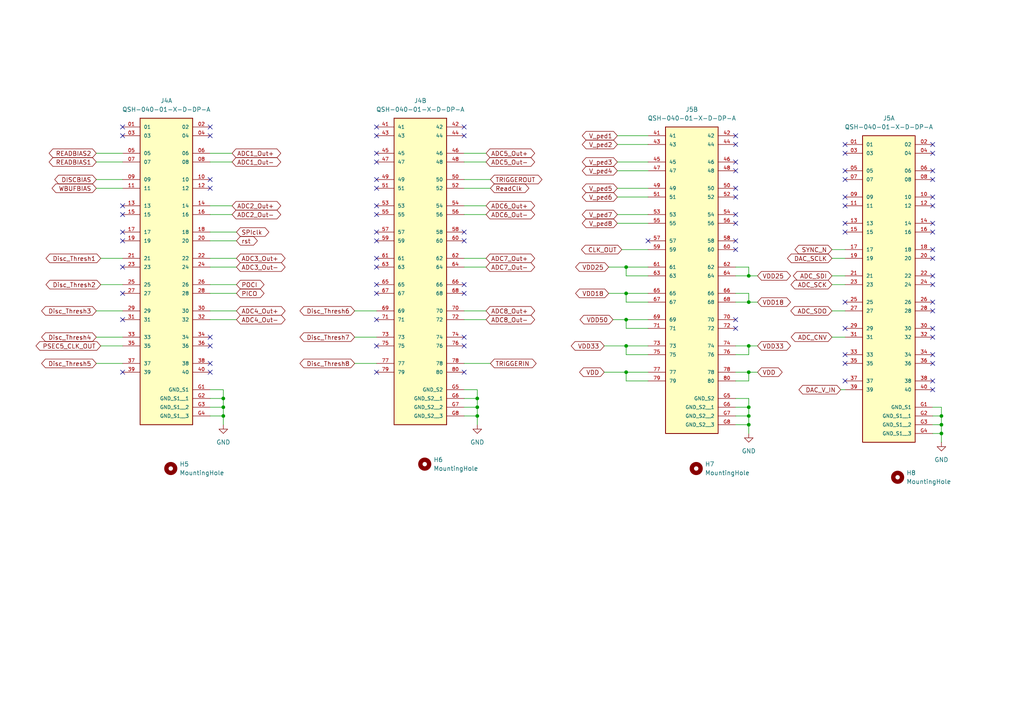
<source format=kicad_sch>
(kicad_sch (version 20250114) (generator "eeschema") (generator_version "9.0")
  (paper "A4")
  (lib_symbols
    (symbol "Mechanical:MountingHole" (pin_names (offset 1.016)) (exclude_from_sim yes) (in_bom no)
      (property "Reference" "H" (at 0 5.08 0))
      (property "Value" "MountingHole" (at 0 3.175 0))
      (symbol "MountingHole_0_1"
        (circle (center 0 0) (radius 1.27) (stroke (width 1.27)))
      )
    )
    (symbol "QSH-040-01-X-D-DP-A:QSH-040-01-X-D-DP-A" (pin_names (offset 1.016))
      (property "Reference" "J" (at -7.62 41.275 0))
      (property "Value" "QSH-040-01-X-D-DP-A" (at -7.62 -50.8 0))
      (symbol "QSH-040-01-X-D-DP-A_1_0"
        (rectangle (start -7.62 -48.26) (end 7.62 40.64) (stroke (width 0.254)) (fill (type background)))
        (pin passive line (at -12.7 38.1 0) (length 5.08) (name "01") (number "01"))
        (pin passive line (at -12.7 35.56 0) (length 5.08) (name "03") (number "03"))
        (pin passive line (at -12.7 30.48 0) (length 5.08) (name "05") (number "05"))
        (pin passive line (at -12.7 27.94 0) (length 5.08) (name "07") (number "07"))
        (pin passive line (at -12.7 22.86 0) (length 5.08) (name "09") (number "09"))
        (pin passive line (at -12.7 20.32 0) (length 5.08) (name "11") (number "11"))
        (pin passive line (at -12.7 15.24 0) (length 5.08) (name "13") (number "13"))
        (pin passive line (at -12.7 12.7 0) (length 5.08) (name "15") (number "15"))
        (pin passive line (at -12.7 7.62 0) (length 5.08) (name "17") (number "17"))
        (pin passive line (at -12.7 5.08 0) (length 5.08) (name "19") (number "19"))
        (pin passive line (at -12.7 0 0) (length 5.08) (name "21") (number "21"))
        (pin passive line (at -12.7 -2.54 0) (length 5.08) (name "23") (number "23"))
        (pin passive line (at -12.7 -7.62 0) (length 5.08) (name "25") (number "25"))
        (pin passive line (at -12.7 -10.16 0) (length 5.08) (name "27") (number "27"))
        (pin passive line (at -12.7 -15.24 0) (length 5.08) (name "29") (number "29"))
        (pin passive line (at -12.7 -17.78 0) (length 5.08) (name "31") (number "31"))
        (pin passive line (at -12.7 -22.86 0) (length 5.08) (name "33") (number "33"))
        (pin passive line (at -12.7 -25.4 0) (length 5.08) (name "35") (number "35"))
        (pin passive line (at -12.7 -30.48 0) (length 5.08) (name "37") (number "37"))
        (pin passive line (at -12.7 -33.02 0) (length 5.08) (name "39") (number "39"))
        (pin passive line (at 12.7 38.1 180) (length 5.08) (name "02") (number "02"))
        (pin passive line (at 12.7 35.56 180) (length 5.08) (name "04") (number "04"))
        (pin passive line (at 12.7 30.48 180) (length 5.08) (name "06") (number "06"))
        (pin passive line (at 12.7 27.94 180) (length 5.08) (name "08") (number "08"))
        (pin passive line (at 12.7 22.86 180) (length 5.08) (name "10") (number "10"))
        (pin passive line (at 12.7 20.32 180) (length 5.08) (name "12") (number "12"))
        (pin passive line (at 12.7 15.24 180) (length 5.08) (name "14") (number "14"))
        (pin passive line (at 12.7 12.7 180) (length 5.08) (name "16") (number "16"))
        (pin passive line (at 12.7 7.62 180) (length 5.08) (name "18") (number "18"))
        (pin passive line (at 12.7 5.08 180) (length 5.08) (name "20") (number "20"))
        (pin passive line (at 12.7 0 180) (length 5.08) (name "22") (number "22"))
        (pin passive line (at 12.7 -2.54 180) (length 5.08) (name "24") (number "24"))
        (pin passive line (at 12.7 -7.62 180) (length 5.08) (name "26") (number "26"))
        (pin passive line (at 12.7 -10.16 180) (length 5.08) (name "28") (number "28"))
        (pin passive line (at 12.7 -15.24 180) (length 5.08) (name "30") (number "30"))
        (pin passive line (at 12.7 -17.78 180) (length 5.08) (name "32") (number "32"))
        (pin passive line (at 12.7 -22.86 180) (length 5.08) (name "34") (number "34"))
        (pin passive line (at 12.7 -25.4 180) (length 5.08) (name "36") (number "36"))
        (pin passive line (at 12.7 -30.48 180) (length 5.08) (name "38") (number "38"))
        (pin passive line (at 12.7 -33.02 180) (length 5.08) (name "40") (number "40"))
        (pin power_in line (at 12.7 -38.1 180) (length 5.08) (name "GND_S1") (number "G1"))
        (pin power_in line (at 12.7 -40.64 180) (length 5.08) (name "GND_S1__1") (number "G2"))
        (pin power_in line (at 12.7 -43.18 180) (length 5.08) (name "GND_S1__2") (number "G3"))
        (pin power_in line (at 12.7 -45.72 180) (length 5.08) (name "GND_S1__3") (number "G4"))
      )
      (symbol "QSH-040-01-X-D-DP-A_2_0"
        (rectangle (start -7.62 -48.26) (end 7.62 40.64) (stroke (width 0.254)) (fill (type background)))
        (pin passive line (at -12.7 38.1 0) (length 5.08) (name "41") (number "41"))
        (pin passive line (at -12.7 35.56 0) (length 5.08) (name "43") (number "43"))
        (pin passive line (at -12.7 30.48 0) (length 5.08) (name "45") (number "45"))
        (pin passive line (at -12.7 27.94 0) (length 5.08) (name "47") (number "47"))
        (pin passive line (at -12.7 22.86 0) (length 5.08) (name "49") (number "49"))
        (pin passive line (at -12.7 20.32 0) (length 5.08) (name "51") (number "51"))
        (pin passive line (at -12.7 15.24 0) (length 5.08) (name "53") (number "53"))
        (pin passive line (at -12.7 12.7 0) (length 5.08) (name "55") (number "55"))
        (pin passive line (at -12.7 7.62 0) (length 5.08) (name "57") (number "57"))
        (pin passive line (at -12.7 5.08 0) (length 5.08) (name "59") (number "59"))
        (pin passive line (at -12.7 0 0) (length 5.08) (name "61") (number "61"))
        (pin passive line (at -12.7 -2.54 0) (length 5.08) (name "63") (number "63"))
        (pin passive line (at -12.7 -7.62 0) (length 5.08) (name "65") (number "65"))
        (pin passive line (at -12.7 -10.16 0) (length 5.08) (name "67") (number "67"))
        (pin passive line (at -12.7 -15.24 0) (length 5.08) (name "69") (number "69"))
        (pin passive line (at -12.7 -17.78 0) (length 5.08) (name "71") (number "71"))
        (pin passive line (at -12.7 -22.86 0) (length 5.08) (name "73") (number "73"))
        (pin passive line (at -12.7 -25.4 0) (length 5.08) (name "75") (number "75"))
        (pin passive line (at -12.7 -30.48 0) (length 5.08) (name "77") (number "77"))
        (pin passive line (at -12.7 -33.02 0) (length 5.08) (name "79") (number "79"))
        (pin passive line (at 12.7 38.1 180) (length 5.08) (name "42") (number "42"))
        (pin passive line (at 12.7 35.56 180) (length 5.08) (name "44") (number "44"))
        (pin passive line (at 12.7 30.48 180) (length 5.08) (name "46") (number "46"))
        (pin passive line (at 12.7 27.94 180) (length 5.08) (name "48") (number "48"))
        (pin passive line (at 12.7 22.86 180) (length 5.08) (name "50") (number "50"))
        (pin passive line (at 12.7 20.32 180) (length 5.08) (name "52") (number "52"))
        (pin passive line (at 12.7 15.24 180) (length 5.08) (name "54") (number "54"))
        (pin passive line (at 12.7 12.7 180) (length 5.08) (name "56") (number "56"))
        (pin passive line (at 12.7 7.62 180) (length 5.08) (name "58") (number "58"))
        (pin passive line (at 12.7 5.08 180) (length 5.08) (name "60") (number "60"))
        (pin passive line (at 12.7 0 180) (length 5.08) (name "62") (number "62"))
        (pin passive line (at 12.7 -2.54 180) (length 5.08) (name "64") (number "64"))
        (pin passive line (at 12.7 -7.62 180) (length 5.08) (name "66") (number "66"))
        (pin passive line (at 12.7 -10.16 180) (length 5.08) (name "68") (number "68"))
        (pin passive line (at 12.7 -15.24 180) (length 5.08) (name "70") (number "70"))
        (pin passive line (at 12.7 -17.78 180) (length 5.08) (name "72") (number "72"))
        (pin passive line (at 12.7 -22.86 180) (length 5.08) (name "74") (number "74"))
        (pin passive line (at 12.7 -25.4 180) (length 5.08) (name "76") (number "76"))
        (pin passive line (at 12.7 -30.48 180) (length 5.08) (name "78") (number "78"))
        (pin passive line (at 12.7 -33.02 180) (length 5.08) (name "80") (number "80"))
        (pin power_in line (at 12.7 -38.1 180) (length 5.08) (name "GND_S2") (number "G5"))
        (pin power_in line (at 12.7 -40.64 180) (length 5.08) (name "GND_S2__1") (number "G6"))
        (pin power_in line (at 12.7 -43.18 180) (length 5.08) (name "GND_S2__2") (number "G7"))
        (pin power_in line (at 12.7 -45.72 180) (length 5.08) (name "GND_S2__3") (number "G8"))
      )
    )
    (symbol "power:GND" (power) (pin_numbers (hide yes)) (pin_names (offset 0) (hide yes))
      (property "Value" "GND" (at 0 -3.81 0))
      (symbol "GND_0_1"
        (polyline (pts (xy 0 0) (xy 0 -1.27) (xy 1.27 -1.27) (xy 0 -2.54) (xy -1.27 -1.27) (xy 0 -1.27)))
      )
      (symbol "GND_1_1"
        (pin power_in line (at 0 0 270) (length 0) (name "~") (number "1"))
      )
    )
  )
  (junction (at 138.43 120.65))
  (junction (at 181.61 92.71))
  (junction (at 181.61 100.33))
  (junction (at 181.61 107.95))
  (junction (at 273.05 125.73))
  (junction (at 64.77 115.57))
  (junction (at 181.61 77.47))
  (junction (at 217.17 118.11))
  (junction (at 217.17 80.01))
  (junction (at 138.43 118.11))
  (junction (at 138.43 115.57))
  (junction (at 217.17 123.19))
  (junction (at 273.05 123.19))
  (junction (at 217.17 100.33))
  (junction (at 217.17 120.65))
  (junction (at 64.77 120.65))
  (junction (at 217.17 87.63))
  (junction (at 181.61 85.09))
  (junction (at 273.05 120.65))
  (junction (at 64.77 118.11))
  (junction (at 217.17 107.95))
  (no_connect (at 270.51 44.45))
  (no_connect (at 213.36 41.91))
  (no_connect (at 245.11 52.07))
  (no_connect (at 134.62 97.79))
  (no_connect (at 213.36 64.77))
  (no_connect (at 35.56 107.95))
  (no_connect (at 60.96 36.83))
  (no_connect (at 109.22 59.69))
  (no_connect (at 109.22 69.85))
  (no_connect (at 270.51 110.49))
  (no_connect (at 270.51 74.93))
  (no_connect (at 35.56 92.71))
  (no_connect (at 245.11 41.91))
  (no_connect (at 35.56 85.09))
  (no_connect (at 245.11 64.77))
  (no_connect (at 245.11 87.63))
  (no_connect (at 60.96 105.41))
  (no_connect (at 60.96 100.33))
  (no_connect (at 109.22 67.31))
  (no_connect (at 270.51 67.31))
  (no_connect (at 270.51 52.07))
  (no_connect (at 109.22 82.55))
  (no_connect (at 270.51 80.01))
  (no_connect (at 213.36 54.61))
  (no_connect (at 60.96 97.79))
  (no_connect (at 109.22 74.93))
  (no_connect (at 245.11 105.41))
  (no_connect (at 60.96 39.37))
  (no_connect (at 60.96 54.61))
  (no_connect (at 270.51 82.55))
  (no_connect (at 270.51 90.17))
  (no_connect (at 109.22 52.07))
  (no_connect (at 245.11 49.53))
  (no_connect (at 245.11 59.69))
  (no_connect (at 109.22 39.37))
  (no_connect (at 109.22 44.45))
  (no_connect (at 109.22 54.61))
  (no_connect (at 35.56 36.83))
  (no_connect (at 60.96 107.95))
  (no_connect (at 109.22 92.71))
  (no_connect (at 35.56 67.31))
  (no_connect (at 109.22 100.33))
  (no_connect (at 35.56 62.23))
  (no_connect (at 270.51 59.69))
  (no_connect (at 270.51 113.03))
  (no_connect (at 270.51 97.79))
  (no_connect (at 134.62 39.37))
  (no_connect (at 134.62 107.95))
  (no_connect (at 270.51 57.15))
  (no_connect (at 35.56 69.85))
  (no_connect (at 245.11 67.31))
  (no_connect (at 109.22 62.23))
  (no_connect (at 270.51 72.39))
  (no_connect (at 213.36 46.99))
  (no_connect (at 270.51 105.41))
  (no_connect (at 109.22 85.09))
  (no_connect (at 109.22 77.47))
  (no_connect (at 109.22 36.83))
  (no_connect (at 109.22 46.99))
  (no_connect (at 213.36 92.71))
  (no_connect (at 35.56 77.47))
  (no_connect (at 213.36 95.25))
  (no_connect (at 270.51 87.63))
  (no_connect (at 134.62 100.33))
  (no_connect (at 270.51 49.53))
  (no_connect (at 213.36 49.53))
  (no_connect (at 134.62 36.83))
  (no_connect (at 270.51 41.91))
  (no_connect (at 270.51 102.87))
  (no_connect (at 213.36 62.23))
  (no_connect (at 213.36 39.37))
  (no_connect (at 134.62 69.85))
  (no_connect (at 35.56 59.69))
  (no_connect (at 213.36 57.15))
  (no_connect (at 245.11 44.45))
  (no_connect (at 245.11 102.87))
  (no_connect (at 187.96 69.85))
  (no_connect (at 134.62 85.09))
  (no_connect (at 109.22 107.95))
  (no_connect (at 245.11 95.25))
  (no_connect (at 35.56 39.37))
  (no_connect (at 134.62 67.31))
  (no_connect (at 134.62 82.55))
  (no_connect (at 60.96 52.07))
  (no_connect (at 213.36 72.39))
  (no_connect (at 270.51 95.25))
  (no_connect (at 245.11 57.15))
  (no_connect (at 213.36 69.85))
  (no_connect (at 245.11 110.49))
  (no_connect (at 270.51 64.77))
  (wire (pts (xy 213.36 115.57) (xy 217.17 115.57)))
  (wire (pts (xy 181.61 102.87) (xy 181.61 100.33)))
  (wire (pts (xy 213.36 123.19) (xy 217.17 123.19)))
  (wire (pts (xy 138.43 118.11) (xy 138.43 120.65)))
  (wire (pts (xy 241.3 74.93) (xy 245.11 74.93)))
  (wire (pts (xy 213.36 107.95) (xy 217.17 107.95)))
  (wire (pts (xy 179.07 57.15) (xy 187.96 57.15)))
  (wire (pts (xy 217.17 110.49) (xy 217.17 107.95)))
  (wire (pts (xy 134.62 118.11) (xy 138.43 118.11)))
  (wire (pts (xy 273.05 118.11) (xy 273.05 120.65)))
  (wire (pts (xy 181.61 95.25) (xy 181.61 92.71)))
  (wire (pts (xy 213.36 87.63) (xy 217.17 87.63)))
  (wire (pts (xy 35.56 105.41) (xy 27.94 105.41)))
  (wire (pts (xy 134.62 105.41) (xy 142.24 105.41)))
  (wire (pts (xy 179.07 41.91) (xy 187.96 41.91)))
  (wire (pts (xy 134.62 52.07) (xy 142.24 52.07)))
  (wire (pts (xy 35.56 97.79) (xy 27.94 97.79)))
  (wire (pts (xy 181.61 92.71) (xy 177.8 92.71)))
  (wire (pts (xy 217.17 120.65) (xy 217.17 123.19)))
  (wire (pts (xy 241.3 90.17) (xy 245.11 90.17)))
  (wire (pts (xy 213.36 80.01) (xy 217.17 80.01)))
  (wire (pts (xy 179.07 39.37) (xy 187.96 39.37)))
  (wire (pts (xy 60.96 120.65) (xy 64.77 120.65)))
  (wire (pts (xy 181.61 100.33) (xy 187.96 100.33)))
  (wire (pts (xy 35.56 90.17) (xy 27.94 90.17)))
  (wire (pts (xy 181.61 110.49) (xy 181.61 107.95)))
  (wire (pts (xy 181.61 102.87) (xy 187.96 102.87)))
  (wire (pts (xy 217.17 87.63) (xy 217.17 85.09)))
  (wire (pts (xy 134.62 115.57) (xy 138.43 115.57)))
  (wire (pts (xy 134.62 120.65) (xy 138.43 120.65)))
  (wire (pts (xy 270.51 123.19) (xy 273.05 123.19)))
  (wire (pts (xy 64.77 115.57) (xy 64.77 118.11)))
  (wire (pts (xy 217.17 115.57) (xy 217.17 118.11)))
  (wire (pts (xy 217.17 100.33) (xy 219.71 100.33)))
  (wire (pts (xy 35.56 54.61) (xy 27.94 54.61)))
  (wire (pts (xy 241.3 97.79) (xy 245.11 97.79)))
  (wire (pts (xy 102.87 90.17) (xy 109.22 90.17)))
  (wire (pts (xy 134.62 92.71) (xy 140.97 92.71)))
  (wire (pts (xy 35.56 44.45) (xy 27.94 44.45)))
  (wire (pts (xy 217.17 107.95) (xy 219.71 107.95)))
  (wire (pts (xy 35.56 46.99) (xy 27.94 46.99)))
  (wire (pts (xy 175.26 107.95) (xy 181.61 107.95)))
  (wire (pts (xy 138.43 113.03) (xy 138.43 115.57)))
  (wire (pts (xy 243.84 113.03) (xy 245.11 113.03)))
  (wire (pts (xy 181.61 87.63) (xy 181.61 85.09)))
  (wire (pts (xy 35.56 74.93) (xy 29.21 74.93)))
  (wire (pts (xy 213.36 85.09) (xy 217.17 85.09)))
  (wire (pts (xy 134.62 54.61) (xy 142.24 54.61)))
  (wire (pts (xy 64.77 113.03) (xy 64.77 115.57)))
  (wire (pts (xy 64.77 118.11) (xy 64.77 120.65)))
  (wire (pts (xy 67.31 44.45) (xy 60.96 44.45)))
  (wire (pts (xy 181.61 110.49) (xy 187.96 110.49)))
  (wire (pts (xy 217.17 87.63) (xy 219.71 87.63)))
  (wire (pts (xy 273.05 125.73) (xy 273.05 128.27)))
  (wire (pts (xy 68.58 69.85) (xy 60.96 69.85)))
  (wire (pts (xy 181.61 95.25) (xy 187.96 95.25)))
  (wire (pts (xy 217.17 123.19) (xy 217.17 125.73)))
  (wire (pts (xy 181.61 92.71) (xy 187.96 92.71)))
  (wire (pts (xy 35.56 82.55) (xy 29.21 82.55)))
  (wire (pts (xy 68.58 67.31) (xy 60.96 67.31)))
  (wire (pts (xy 68.58 82.55) (xy 60.96 82.55)))
  (wire (pts (xy 64.77 120.65) (xy 64.77 123.19)))
  (wire (pts (xy 270.51 125.73) (xy 273.05 125.73)))
  (wire (pts (xy 181.61 87.63) (xy 187.96 87.63)))
  (wire (pts (xy 217.17 102.87) (xy 217.17 100.33)))
  (wire (pts (xy 181.61 85.09) (xy 187.96 85.09)))
  (wire (pts (xy 217.17 118.11) (xy 217.17 120.65)))
  (wire (pts (xy 179.07 54.61) (xy 187.96 54.61)))
  (wire (pts (xy 270.51 118.11) (xy 273.05 118.11)))
  (wire (pts (xy 102.87 105.41) (xy 109.22 105.41)))
  (wire (pts (xy 181.61 77.47) (xy 187.96 77.47)))
  (wire (pts (xy 179.07 62.23) (xy 187.96 62.23)))
  (wire (pts (xy 179.07 49.53) (xy 187.96 49.53)))
  (wire (pts (xy 179.07 64.77) (xy 187.96 64.77)))
  (wire (pts (xy 134.62 62.23) (xy 140.97 62.23)))
  (wire (pts (xy 181.61 85.09) (xy 176.53 85.09)))
  (wire (pts (xy 213.36 102.87) (xy 217.17 102.87)))
  (wire (pts (xy 180.34 72.39) (xy 187.96 72.39)))
  (wire (pts (xy 241.3 80.01) (xy 245.11 80.01)))
  (wire (pts (xy 213.36 77.47) (xy 217.17 77.47)))
  (wire (pts (xy 273.05 123.19) (xy 273.05 125.73)))
  (wire (pts (xy 181.61 77.47) (xy 176.53 77.47)))
  (wire (pts (xy 134.62 74.93) (xy 140.97 74.93)))
  (wire (pts (xy 181.61 107.95) (xy 187.96 107.95)))
  (wire (pts (xy 134.62 59.69) (xy 140.97 59.69)))
  (wire (pts (xy 175.26 100.33) (xy 181.61 100.33)))
  (wire (pts (xy 217.17 80.01) (xy 219.71 80.01)))
  (wire (pts (xy 241.3 72.39) (xy 245.11 72.39)))
  (wire (pts (xy 181.61 80.01) (xy 187.96 80.01)))
  (wire (pts (xy 273.05 120.65) (xy 273.05 123.19)))
  (wire (pts (xy 213.36 120.65) (xy 217.17 120.65)))
  (wire (pts (xy 35.56 100.33) (xy 29.21 100.33)))
  (wire (pts (xy 68.58 90.17) (xy 60.96 90.17)))
  (wire (pts (xy 134.62 77.47) (xy 140.97 77.47)))
  (wire (pts (xy 181.61 80.01) (xy 181.61 77.47)))
  (wire (pts (xy 67.31 59.69) (xy 60.96 59.69)))
  (wire (pts (xy 35.56 52.07) (xy 27.94 52.07)))
  (wire (pts (xy 138.43 115.57) (xy 138.43 118.11)))
  (wire (pts (xy 179.07 46.99) (xy 187.96 46.99)))
  (wire (pts (xy 213.36 110.49) (xy 217.17 110.49)))
  (wire (pts (xy 67.31 46.99) (xy 60.96 46.99)))
  (wire (pts (xy 102.87 97.79) (xy 109.22 97.79)))
  (wire (pts (xy 213.36 100.33) (xy 217.17 100.33)))
  (wire (pts (xy 134.62 90.17) (xy 140.97 90.17)))
  (wire (pts (xy 68.58 77.47) (xy 60.96 77.47)))
  (wire (pts (xy 68.58 74.93) (xy 60.96 74.93)))
  (wire (pts (xy 241.3 82.55) (xy 245.11 82.55)))
  (wire (pts (xy 60.96 118.11) (xy 64.77 118.11)))
  (wire (pts (xy 138.43 120.65) (xy 138.43 123.19)))
  (wire (pts (xy 60.96 113.03) (xy 64.77 113.03)))
  (wire (pts (xy 134.62 46.99) (xy 140.97 46.99)))
  (wire (pts (xy 213.36 118.11) (xy 217.17 118.11)))
  (wire (pts (xy 217.17 80.01) (xy 217.17 77.47)))
  (wire (pts (xy 270.51 120.65) (xy 273.05 120.65)))
  (wire (pts (xy 134.62 44.45) (xy 140.97 44.45)))
  (wire (pts (xy 60.96 115.57) (xy 64.77 115.57)))
  (wire (pts (xy 67.31 62.23) (xy 60.96 62.23)))
  (wire (pts (xy 68.58 92.71) (xy 60.96 92.71)))
  (wire (pts (xy 134.62 113.03) (xy 138.43 113.03)))
  (wire (pts (xy 68.58 85.09) (xy 60.96 85.09)))
  (global_label "Disc_Thresh6" (shape bidirectional) (at 102.87 90.17 180) (property "Intersheetrefs" "${INTERSHEET_REFS}" (effects (hide yes))))
  (global_label "ADC_SDO" (shape bidirectional) (at 241.3 90.17 180) (property "Intersheetrefs" "${INTERSHEET_REFS}" (effects (hide yes))))
  (global_label "POCI" (shape bidirectional) (at 68.58 82.55 0) (property "Intersheetrefs" "${INTERSHEET_REFS}" (effects (hide yes))))
  (global_label "WBUFBIAS" (shape bidirectional) (at 27.94 54.61 180) (property "Intersheetrefs" "${INTERSHEET_REFS}" (effects (hide yes))))
  (global_label "Disc_Thresh4" (shape bidirectional) (at 27.94 97.79 180) (property "Intersheetrefs" "${INTERSHEET_REFS}" (effects (hide yes))))
  (global_label "VDD" (shape bidirectional) (at 175.26 107.95 180) (property "Intersheetrefs" "${INTERSHEET_REFS}" (effects (hide yes))))
  (global_label "DAC_V_IN" (shape bidirectional) (at 243.84 113.03 180) (property "Intersheetrefs" "${INTERSHEET_REFS}" (effects (hide yes))))
  (global_label "V_ped7" (shape bidirectional) (at 179.07 62.23 180) (property "Intersheetrefs" "${INTERSHEET_REFS}" (effects (hide yes))))
  (global_label "VDD33" (shape bidirectional) (at 175.26 100.33 180) (property "Intersheetrefs" "${INTERSHEET_REFS}" (effects (hide yes))))
  (global_label "rst" (shape bidirectional) (at 68.58 69.85 0) (property "Intersheetrefs" "${INTERSHEET_REFS}" (effects (hide yes))))
  (global_label "VDD" (shape bidirectional) (at 219.71 107.95 0) (property "Intersheetrefs" "${INTERSHEET_REFS}" (effects (hide yes))))
  (global_label "DAC_SCLK" (shape bidirectional) (at 241.3 74.93 180) (property "Intersheetrefs" "${INTERSHEET_REFS}" (effects (hide yes))))
  (global_label "ADC3_Out+" (shape bidirectional) (at 68.58 74.93 0) (property "Intersheetrefs" "${INTERSHEET_REFS}" (effects (hide yes))))
  (global_label "ADC8_Out+" (shape bidirectional) (at 140.97 90.17 0) (property "Intersheetrefs" "${INTERSHEET_REFS}" (effects (hide yes))))
  (global_label "V_ped4" (shape bidirectional) (at 179.07 49.53 180) (property "Intersheetrefs" "${INTERSHEET_REFS}" (effects (hide yes))))
  (global_label "ADC2_Out+" (shape bidirectional) (at 67.31 59.69 0) (property "Intersheetrefs" "${INTERSHEET_REFS}" (effects (hide yes))))
  (global_label "ReadClk" (shape bidirectional) (at 142.24 54.61 0) (property "Intersheetrefs" "${INTERSHEET_REFS}" (effects (hide yes))))
  (global_label "ADC4_Out-" (shape bidirectional) (at 68.58 92.71 0) (property "Intersheetrefs" "${INTERSHEET_REFS}" (effects (hide yes))))
  (global_label "ADC7_Out+" (shape bidirectional) (at 140.97 74.93 0) (property "Intersheetrefs" "${INTERSHEET_REFS}" (effects (hide yes))))
  (global_label "PSEC5_CLK_OUT" (shape bidirectional) (at 29.21 100.33 180) (property "Intersheetrefs" "${INTERSHEET_REFS}" (effects (hide yes))))
  (global_label "VDD18" (shape bidirectional) (at 176.53 85.09 180) (property "Intersheetrefs" "${INTERSHEET_REFS}" (effects (hide yes))))
  (global_label "ADC3_Out-" (shape bidirectional) (at 68.58 77.47 0) (property "Intersheetrefs" "${INTERSHEET_REFS}" (effects (hide yes))))
  (global_label "CLK_OUT" (shape bidirectional) (at 180.34 72.39 180) (property "Intersheetrefs" "${INTERSHEET_REFS}" (effects (hide yes))))
  (global_label "Disc_Thresh3" (shape bidirectional) (at 27.94 90.17 180) (property "Intersheetrefs" "${INTERSHEET_REFS}" (effects (hide yes))))
  (global_label "VDD18" (shape bidirectional) (at 219.71 87.63 0) (property "Intersheetrefs" "${INTERSHEET_REFS}" (effects (hide yes))))
  (global_label "ADC2_Out-" (shape bidirectional) (at 67.31 62.23 0) (property "Intersheetrefs" "${INTERSHEET_REFS}" (effects (hide yes))))
  (global_label "TRIGGERIN" (shape bidirectional) (at 142.24 105.41 0) (property "Intersheetrefs" "${INTERSHEET_REFS}" (effects (hide yes))))
  (global_label "ADC5_Out+" (shape bidirectional) (at 140.97 44.45 0) (property "Intersheetrefs" "${INTERSHEET_REFS}" (effects (hide yes))))
  (global_label "Disc_Thresh2" (shape bidirectional) (at 29.21 82.55 180) (property "Intersheetrefs" "${INTERSHEET_REFS}" (effects (hide yes))))
  (global_label "Disc_Thresh5" (shape bidirectional) (at 27.94 105.41 180) (property "Intersheetrefs" "${INTERSHEET_REFS}" (effects (hide yes))))
  (global_label "PICO" (shape bidirectional) (at 68.58 85.09 0) (property "Intersheetrefs" "${INTERSHEET_REFS}" (effects (hide yes))))
  (global_label "V_ped5" (shape bidirectional) (at 179.07 54.61 180) (property "Intersheetrefs" "${INTERSHEET_REFS}" (effects (hide yes))))
  (global_label "ADC_CNV" (shape bidirectional) (at 241.3 97.79 180) (property "Intersheetrefs" "${INTERSHEET_REFS}" (effects (hide yes))))
  (global_label "SYNC_N" (shape bidirectional) (at 241.3 72.39 180) (property "Intersheetrefs" "${INTERSHEET_REFS}" (effects (hide yes))))
  (global_label "Disc_Thresh7" (shape bidirectional) (at 102.87 97.79 180) (property "Intersheetrefs" "${INTERSHEET_REFS}" (effects (hide yes))))
  (global_label "V_ped8" (shape bidirectional) (at 179.07 64.77 180) (property "Intersheetrefs" "${INTERSHEET_REFS}" (effects (hide yes))))
  (global_label "ADC4_Out+" (shape bidirectional) (at 68.58 90.17 0) (property "Intersheetrefs" "${INTERSHEET_REFS}" (effects (hide yes))))
  (global_label "V_ped1" (shape bidirectional) (at 179.07 39.37 180) (property "Intersheetrefs" "${INTERSHEET_REFS}" (effects (hide yes))))
  (global_label "READBIAS2" (shape bidirectional) (at 27.94 44.45 180) (property "Intersheetrefs" "${INTERSHEET_REFS}" (effects (hide yes))))
  (global_label "VDD50" (shape bidirectional) (at 177.8 92.71 180) (property "Intersheetrefs" "${INTERSHEET_REFS}" (effects (hide yes))))
  (global_label "ADC8_Out-" (shape bidirectional) (at 140.97 92.71 0) (property "Intersheetrefs" "${INTERSHEET_REFS}" (effects (hide yes))))
  (global_label "VDD25" (shape bidirectional) (at 176.53 77.47 180) (property "Intersheetrefs" "${INTERSHEET_REFS}" (effects (hide yes))))
  (global_label "ADC6_Out-" (shape bidirectional) (at 140.97 62.23 0) (property "Intersheetrefs" "${INTERSHEET_REFS}" (effects (hide yes))))
  (global_label "V_ped3" (shape bidirectional) (at 179.07 46.99 180) (property "Intersheetrefs" "${INTERSHEET_REFS}" (effects (hide yes))))
  (global_label "READBIAS1" (shape bidirectional) (at 27.94 46.99 180) (property "Intersheetrefs" "${INTERSHEET_REFS}" (effects (hide yes))))
  (global_label "ADC7_Out-" (shape bidirectional) (at 140.97 77.47 0) (property "Intersheetrefs" "${INTERSHEET_REFS}" (effects (hide yes))))
  (global_label "Disc_Thresh8" (shape bidirectional) (at 102.87 105.41 180) (property "Intersheetrefs" "${INTERSHEET_REFS}" (effects (hide yes))))
  (global_label "V_ped2" (shape bidirectional) (at 179.07 41.91 180) (property "Intersheetrefs" "${INTERSHEET_REFS}" (effects (hide yes))))
  (global_label "TRIGGEROUT" (shape bidirectional) (at 142.24 52.07 0) (property "Intersheetrefs" "${INTERSHEET_REFS}" (effects (hide yes))))
  (global_label "Disc_Thresh1" (shape bidirectional) (at 29.21 74.93 180) (property "Intersheetrefs" "${INTERSHEET_REFS}" (effects (hide yes))))
  (global_label "ADC5_Out-" (shape bidirectional) (at 140.97 46.99 0) (property "Intersheetrefs" "${INTERSHEET_REFS}" (effects (hide yes))))
  (global_label "DISCBIAS" (shape bidirectional) (at 27.94 52.07 180) (property "Intersheetrefs" "${INTERSHEET_REFS}" (effects (hide yes))))
  (global_label "VDD25" (shape bidirectional) (at 219.71 80.01 0) (property "Intersheetrefs" "${INTERSHEET_REFS}" (effects (hide yes))))
  (global_label "ADC6_Out+" (shape bidirectional) (at 140.97 59.69 0) (property "Intersheetrefs" "${INTERSHEET_REFS}" (effects (hide yes))))
  (global_label "ADC_SCK" (shape bidirectional) (at 241.3 82.55 180) (property "Intersheetrefs" "${INTERSHEET_REFS}" (effects (hide yes))))
  (global_label "ADC1_Out+" (shape bidirectional) (at 67.31 44.45 0) (property "Intersheetrefs" "${INTERSHEET_REFS}" (effects (hide yes))))
  (global_label "V_ped6" (shape bidirectional) (at 179.07 57.15 180) (property "Intersheetrefs" "${INTERSHEET_REFS}" (effects (hide yes))))
  (global_label "ADC_SDI" (shape bidirectional) (at 241.3 80.01 180) (property "Intersheetrefs" "${INTERSHEET_REFS}" (effects (hide yes))))
  (global_label "SPIclk" (shape bidirectional) (at 68.58 67.31 0) (property "Intersheetrefs" "${INTERSHEET_REFS}" (effects (hide yes))))
  (global_label "VDD33" (shape bidirectional) (at 219.71 100.33 0) (property "Intersheetrefs" "${INTERSHEET_REFS}" (effects (hide yes))))
  (global_label "ADC1_Out-" (shape bidirectional) (at 67.31 46.99 0) (property "Intersheetrefs" "${INTERSHEET_REFS}" (effects (hide yes))))
  (symbol (lib_id "QSH-040-01-X-D-DP-A:QSH-040-01-X-D-DP-A") (at 121.92 74.93 0) (unit 2)
    (property "Reference" "J4" (at 121.92 29.21 0))
    (property "Value" "QSH-040-01-X-D-DP-A" (at 121.92 31.75 0))
    (property "Footprint" "QSH-040-01-X-D-DP-A:SAMTEC_QSH-040-01-X-D-DP-A" (effects (hide yes)))
    (property "PARTREV" "M" (effects (hide yes)))
    (property "STANDARD" "Manufacturer Recommendations" (effects (hide yes)))
    (property "MAXIMUM_PACKAGE_HEIGHT" "3.327mm" (effects (hide yes)))
    (property "MANUFACTURER" "Samtec" (effects (hide yes)))
  )
  (symbol (lib_id "power:GND") (at 217.17 125.73 0) (mirror y) (unit 1)
    (property "Reference" "#PWR065" (effects (hide yes)))
    (property "Value" "GND" (at 217.17 130.81 0))
    (property "Description" "Power symbol creates a global label with name \"GND\" , ground" (effects (hide yes)))
  )
  (symbol (lib_id "power:GND") (at 273.05 128.27 0) (unit 1)
    (property "Reference" "#PWR062" (effects (hide yes)))
    (property "Value" "GND" (at 273.05 133.35 0))
    (property "Description" "Power symbol creates a global label with name \"GND\" , ground" (effects (hide yes)))
  )
  (symbol (lib_id "QSH-040-01-X-D-DP-A:QSH-040-01-X-D-DP-A") (at 48.26 74.93 0) (unit 1)
    (property "Reference" "J4" (at 48.26 29.21 0))
    (property "Value" "QSH-040-01-X-D-DP-A" (at 48.26 31.75 0))
    (property "Footprint" "QSH-040-01-X-D-DP-A:SAMTEC_QSH-040-01-X-D-DP-A" (effects (hide yes)))
    (property "PARTREV" "M" (effects (hide yes)))
    (property "STANDARD" "Manufacturer Recommendations" (effects (hide yes)))
    (property "MAXIMUM_PACKAGE_HEIGHT" "3.327mm" (effects (hide yes)))
    (property "MANUFACTURER" "Samtec" (effects (hide yes)))
  )
  (symbol (lib_id "Mechanical:MountingHole") (at 201.93 135.89 0) (unit 1) (exclude_from_sim yes) (in_bom no)
    (property "Reference" "H7" (at 204.47 134.6199 0) (effects (justify left)))
    (property "Value" "MountingHole" (at 204.47 137.1599 0) (effects (justify left)))
    (property "Footprint" "MountingHole:MountingHole_2.1mm" (effects (hide yes)))
    (property "Description" "Mounting Hole without connection" (effects (hide yes)))
  )
  (symbol (lib_id "Mechanical:MountingHole") (at 260.35 138.43 0) (unit 1) (exclude_from_sim yes) (in_bom no)
    (property "Reference" "H8" (at 262.89 137.1599 0) (effects (justify left)))
    (property "Value" "MountingHole" (at 262.89 139.6999 0) (effects (justify left)))
    (property "Footprint" "MountingHole:MountingHole_2.1mm" (effects (hide yes)))
    (property "Description" "Mounting Hole without connection" (effects (hide yes)))
  )
  (symbol (lib_id "Mechanical:MountingHole") (at 123.19 134.62 0) (unit 1) (exclude_from_sim yes) (in_bom no)
    (property "Reference" "H6" (at 125.73 133.3499 0) (effects (justify left)))
    (property "Value" "MountingHole" (at 125.73 135.8899 0) (effects (justify left)))
    (property "Footprint" "MountingHole:MountingHole_2.1mm" (effects (hide yes)))
    (property "Description" "Mounting Hole without connection" (effects (hide yes)))
  )
  (symbol (lib_id "power:GND") (at 64.77 123.19 0) (mirror y) (unit 1)
    (property "Reference" "#PWR063" (effects (hide yes)))
    (property "Value" "GND" (at 64.77 128.27 0))
    (property "Description" "Power symbol creates a global label with name \"GND\" , ground" (effects (hide yes)))
  )
  (symbol (lib_id "power:GND") (at 138.43 123.19 0) (mirror y) (unit 1)
    (property "Reference" "#PWR064" (effects (hide yes)))
    (property "Value" "GND" (at 138.43 128.27 0))
    (property "Description" "Power symbol creates a global label with name \"GND\" , ground" (effects (hide yes)))
  )
  (symbol (lib_id "QSH-040-01-X-D-DP-A:QSH-040-01-X-D-DP-A") (at 257.81 80.01 0) (unit 1)
    (property "Reference" "J5" (at 257.81 34.29 0))
    (property "Value" "QSH-040-01-X-D-DP-A" (at 257.81 36.83 0))
    (property "Footprint" "QSH-040-01-X-D-DP-A:SAMTEC_QSH-040-01-X-D-DP-A" (effects (hide yes)))
    (property "PARTREV" "M" (effects (hide yes)))
    (property "STANDARD" "Manufacturer Recommendations" (effects (hide yes)))
    (property "MAXIMUM_PACKAGE_HEIGHT" "3.327mm" (effects (hide yes)))
    (property "MANUFACTURER" "Samtec" (effects (hide yes)))
  )
  (symbol (lib_id "QSH-040-01-X-D-DP-A:QSH-040-01-X-D-DP-A") (at 200.66 77.47 0) (unit 2)
    (property "Reference" "J5" (at 200.66 31.75 0))
    (property "Value" "QSH-040-01-X-D-DP-A" (at 200.66 34.29 0))
    (property "Footprint" "QSH-040-01-X-D-DP-A:SAMTEC_QSH-040-01-X-D-DP-A" (effects (hide yes)))
    (property "PARTREV" "M" (effects (hide yes)))
    (property "STANDARD" "Manufacturer Recommendations" (effects (hide yes)))
    (property "MAXIMUM_PACKAGE_HEIGHT" "3.327mm" (effects (hide yes)))
    (property "MANUFACTURER" "Samtec" (effects (hide yes)))
  )
  (symbol (lib_id "Mechanical:MountingHole") (at 49.53 135.89 0) (unit 1) (exclude_from_sim yes) (in_bom no)
    (property "Reference" "H5" (at 52.07 134.6199 0) (effects (justify left)))
    (property "Value" "MountingHole" (at 52.07 137.1599 0) (effects (justify left)))
    (property "Footprint" "MountingHole:MountingHole_2.1mm" (effects (hide yes)))
    (property "Description" "Mounting Hole without connection" (effects (hide yes)))
  )
)
</source>
